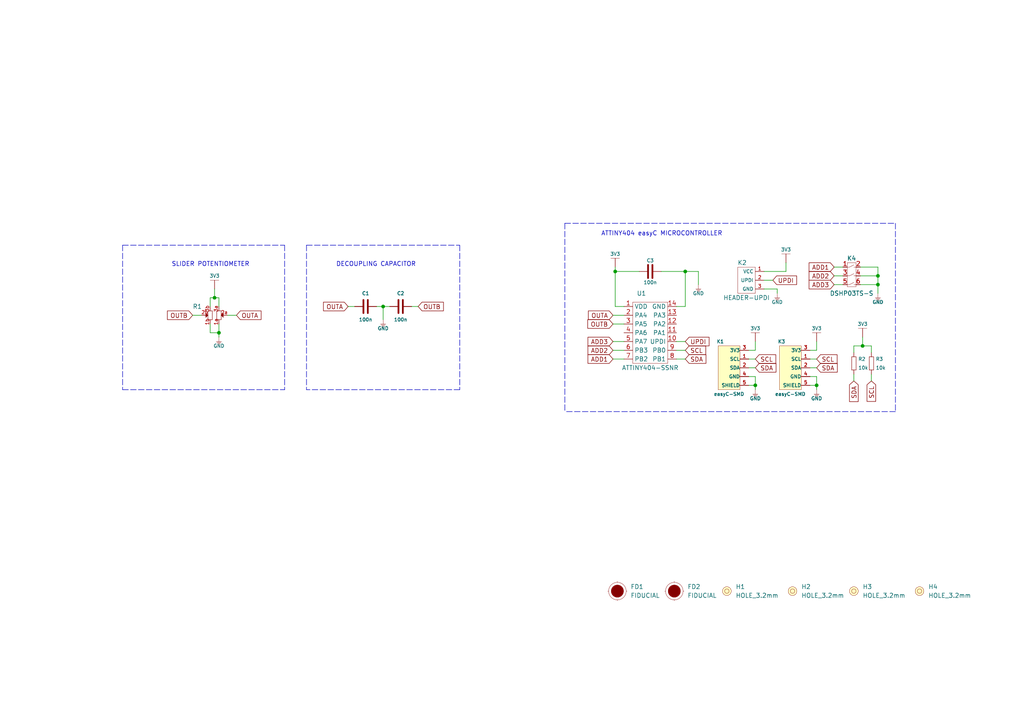
<source format=kicad_sch>
(kicad_sch (version 20211123) (generator eeschema)

  (uuid 9b6f3004-aa8b-4404-975a-3376b8df814a)

  (paper "A4")

  (title_block
    (title "Slider potentiometer breakout with easyC")
    (date "2021-09-30")
    (rev "V1.1.1.")
    (company "SOLDERED")
    (comment 1 "333131")
  )

  (lib_symbols
    (symbol "e-radionica.com schematics:0603C" (pin_numbers hide) (pin_names (offset 0.002)) (in_bom yes) (on_board yes)
      (property "Reference" "C" (id 0) (at -0.635 3.175 0)
        (effects (font (size 1 1)))
      )
      (property "Value" "0603C" (id 1) (at 0 -3.175 0)
        (effects (font (size 1 1)))
      )
      (property "Footprint" "e-radionica.com footprinti:0603C" (id 2) (at 0 0 0)
        (effects (font (size 1 1)) hide)
      )
      (property "Datasheet" "" (id 3) (at 0 0 0)
        (effects (font (size 1 1)) hide)
      )
      (symbol "0603C_0_1"
        (polyline
          (pts
            (xy -0.635 1.905)
            (xy -0.635 -1.905)
          )
          (stroke (width 0.5) (type default) (color 0 0 0 0))
          (fill (type none))
        )
        (polyline
          (pts
            (xy 0.635 1.905)
            (xy 0.635 -1.905)
          )
          (stroke (width 0.5) (type default) (color 0 0 0 0))
          (fill (type none))
        )
      )
      (symbol "0603C_1_1"
        (pin passive line (at -3.175 0 0) (length 2.54)
          (name "~" (effects (font (size 1.27 1.27))))
          (number "1" (effects (font (size 1.27 1.27))))
        )
        (pin passive line (at 3.175 0 180) (length 2.54)
          (name "~" (effects (font (size 1.27 1.27))))
          (number "2" (effects (font (size 1.27 1.27))))
        )
      )
    )
    (symbol "e-radionica.com schematics:0603R" (pin_numbers hide) (pin_names (offset 0.254)) (in_bom yes) (on_board yes)
      (property "Reference" "R" (id 0) (at -1.905 1.905 0)
        (effects (font (size 1 1)))
      )
      (property "Value" "0603R" (id 1) (at 0 -1.905 0)
        (effects (font (size 1 1)))
      )
      (property "Footprint" "e-radionica.com footprinti:0603R" (id 2) (at -0.635 1.905 0)
        (effects (font (size 1 1)) hide)
      )
      (property "Datasheet" "" (id 3) (at -0.635 1.905 0)
        (effects (font (size 1 1)) hide)
      )
      (symbol "0603R_0_1"
        (rectangle (start -1.905 -0.635) (end 1.905 -0.6604)
          (stroke (width 0.1) (type default) (color 0 0 0 0))
          (fill (type none))
        )
        (rectangle (start -1.905 0.635) (end -1.8796 -0.635)
          (stroke (width 0.1) (type default) (color 0 0 0 0))
          (fill (type none))
        )
        (rectangle (start -1.905 0.635) (end 1.905 0.6096)
          (stroke (width 0.1) (type default) (color 0 0 0 0))
          (fill (type none))
        )
        (rectangle (start 1.905 0.635) (end 1.9304 -0.635)
          (stroke (width 0.1) (type default) (color 0 0 0 0))
          (fill (type none))
        )
      )
      (symbol "0603R_1_1"
        (pin passive line (at -3.175 0 0) (length 1.27)
          (name "~" (effects (font (size 1.27 1.27))))
          (number "1" (effects (font (size 1.27 1.27))))
        )
        (pin passive line (at 3.175 0 180) (length 1.27)
          (name "~" (effects (font (size 1.27 1.27))))
          (number "2" (effects (font (size 1.27 1.27))))
        )
      )
    )
    (symbol "e-radionica.com schematics:3V3" (power) (pin_names (offset 0)) (in_bom yes) (on_board yes)
      (property "Reference" "#PWR" (id 0) (at 4.445 0 0)
        (effects (font (size 1 1)) hide)
      )
      (property "Value" "3V3" (id 1) (at 0 3.556 0)
        (effects (font (size 1 1)))
      )
      (property "Footprint" "" (id 2) (at 4.445 3.81 0)
        (effects (font (size 1 1)) hide)
      )
      (property "Datasheet" "" (id 3) (at 4.445 3.81 0)
        (effects (font (size 1 1)) hide)
      )
      (property "ki_keywords" "power-flag" (id 4) (at 0 0 0)
        (effects (font (size 1.27 1.27)) hide)
      )
      (property "ki_description" "Power symbol creates a global label with name \"+3V3\"" (id 5) (at 0 0 0)
        (effects (font (size 1.27 1.27)) hide)
      )
      (symbol "3V3_0_1"
        (polyline
          (pts
            (xy -1.27 2.54)
            (xy 1.27 2.54)
          )
          (stroke (width 0.0006) (type default) (color 0 0 0 0))
          (fill (type none))
        )
        (polyline
          (pts
            (xy 0 0)
            (xy 0 2.54)
          )
          (stroke (width 0) (type default) (color 0 0 0 0))
          (fill (type none))
        )
      )
      (symbol "3V3_1_1"
        (pin power_in line (at 0 0 90) (length 0) hide
          (name "3V3" (effects (font (size 1.27 1.27))))
          (number "1" (effects (font (size 1.27 1.27))))
        )
      )
    )
    (symbol "e-radionica.com schematics:ATTINY404-SSNR" (in_bom yes) (on_board yes)
      (property "Reference" "U" (id 0) (at -5.08 10.16 0)
        (effects (font (size 1.27 1.27)))
      )
      (property "Value" "ATTINY404-SSNR" (id 1) (at 0 -10.16 0)
        (effects (font (size 1.27 1.27)))
      )
      (property "Footprint" "e-radionica.com footprinti:SOIC-14" (id 2) (at 0 -11.43 0)
        (effects (font (size 1.27 1.27)) hide)
      )
      (property "Datasheet" "" (id 3) (at 0 -2.54 0)
        (effects (font (size 1.27 1.27)) hide)
      )
      (symbol "ATTINY404-SSNR_0_1"
        (rectangle (start -5.08 8.89) (end 5.08 -8.89)
          (stroke (width 0.0006) (type default) (color 0 0 0 0))
          (fill (type none))
        )
      )
      (symbol "ATTINY404-SSNR_1_1"
        (pin power_in line (at -7.62 7.62 0) (length 2.54)
          (name "VDD" (effects (font (size 1.27 1.27))))
          (number "1" (effects (font (size 1.27 1.27))))
        )
        (pin bidirectional line (at 7.62 -2.54 180) (length 2.54)
          (name "UPDI" (effects (font (size 1.27 1.27))))
          (number "10" (effects (font (size 1.27 1.27))))
        )
        (pin bidirectional line (at 7.62 0 180) (length 2.54)
          (name "PA1" (effects (font (size 1.27 1.27))))
          (number "11" (effects (font (size 1.27 1.27))))
        )
        (pin bidirectional line (at 7.62 2.54 180) (length 2.54)
          (name "PA2" (effects (font (size 1.27 1.27))))
          (number "12" (effects (font (size 1.27 1.27))))
        )
        (pin bidirectional line (at 7.62 5.08 180) (length 2.54)
          (name "PA3" (effects (font (size 1.27 1.27))))
          (number "13" (effects (font (size 1.27 1.27))))
        )
        (pin power_in line (at 7.62 7.62 180) (length 2.54)
          (name "GND" (effects (font (size 1.27 1.27))))
          (number "14" (effects (font (size 1.27 1.27))))
        )
        (pin bidirectional line (at -7.62 5.08 0) (length 2.54)
          (name "PA4" (effects (font (size 1.27 1.27))))
          (number "2" (effects (font (size 1.27 1.27))))
        )
        (pin bidirectional line (at -7.62 2.54 0) (length 2.54)
          (name "PA5" (effects (font (size 1.27 1.27))))
          (number "3" (effects (font (size 1.27 1.27))))
        )
        (pin bidirectional line (at -7.62 0 0) (length 2.54)
          (name "PA6" (effects (font (size 1.27 1.27))))
          (number "4" (effects (font (size 1.27 1.27))))
        )
        (pin bidirectional line (at -7.62 -2.54 0) (length 2.54)
          (name "PA7" (effects (font (size 1.27 1.27))))
          (number "5" (effects (font (size 1.27 1.27))))
        )
        (pin bidirectional line (at -7.62 -5.08 0) (length 2.54)
          (name "PB3" (effects (font (size 1.27 1.27))))
          (number "6" (effects (font (size 1.27 1.27))))
        )
        (pin bidirectional line (at -7.62 -7.62 0) (length 2.54)
          (name "PB2" (effects (font (size 1.27 1.27))))
          (number "7" (effects (font (size 1.27 1.27))))
        )
        (pin bidirectional line (at 7.62 -7.62 180) (length 2.54)
          (name "PB1" (effects (font (size 1.27 1.27))))
          (number "8" (effects (font (size 1.27 1.27))))
        )
        (pin bidirectional line (at 7.62 -5.08 180) (length 2.54)
          (name "PB0" (effects (font (size 1.27 1.27))))
          (number "9" (effects (font (size 1.27 1.27))))
        )
      )
    )
    (symbol "e-radionica.com schematics:DSHP03TS-S" (in_bom yes) (on_board yes)
      (property "Reference" "K" (id 0) (at 0 5.08 0)
        (effects (font (size 1.27 1.27)))
      )
      (property "Value" "DSHP03TS-S" (id 1) (at 0 -5.08 0)
        (effects (font (size 1.27 1.27)))
      )
      (property "Footprint" "e-radionica.com footprinti:DSHP03TS-S" (id 2) (at -1.27 -7.62 0)
        (effects (font (size 1.27 1.27)) hide)
      )
      (property "Datasheet" "" (id 3) (at 0 0 0)
        (effects (font (size 1.27 1.27)) hide)
      )
      (property "ki_keywords" "DIP SW SWITCH " (id 4) (at 0 0 0)
        (effects (font (size 1.27 1.27)) hide)
      )
      (symbol "DSHP03TS-S_0_1"
        (rectangle (start -1.27 3.81) (end 1.27 -3.175)
          (stroke (width 0.0006) (type default) (color 0 0 0 0))
          (fill (type none))
        )
        (polyline
          (pts
            (xy 1.27 -2.54)
            (xy 0.635 -2.54)
          )
          (stroke (width 0.0006) (type default) (color 0 0 0 0))
          (fill (type none))
        )
        (polyline
          (pts
            (xy 1.27 0)
            (xy 0.635 0)
          )
          (stroke (width 0.0006) (type default) (color 0 0 0 0))
          (fill (type none))
        )
        (polyline
          (pts
            (xy 1.27 2.54)
            (xy 0.635 2.54)
          )
          (stroke (width 0.0006) (type default) (color 0 0 0 0))
          (fill (type none))
        )
        (polyline
          (pts
            (xy -1.27 -2.54)
            (xy -0.635 -2.54)
            (xy 0.635 -1.905)
          )
          (stroke (width 0.0006) (type default) (color 0 0 0 0))
          (fill (type none))
        )
        (polyline
          (pts
            (xy -1.27 0)
            (xy -0.635 0)
            (xy 0.635 0.635)
          )
          (stroke (width 0.0006) (type default) (color 0 0 0 0))
          (fill (type none))
        )
        (polyline
          (pts
            (xy -1.27 2.54)
            (xy -0.635 2.54)
            (xy 0.635 3.175)
          )
          (stroke (width 0.0006) (type default) (color 0 0 0 0))
          (fill (type none))
        )
      )
      (symbol "DSHP03TS-S_1_1"
        (pin bidirectional line (at -2.54 2.54 0) (length 1.27)
          (name "~" (effects (font (size 1.27 1.27))))
          (number "1" (effects (font (size 1.27 1.27))))
        )
        (pin bidirectional line (at 2.54 2.54 180) (length 1.27)
          (name "~" (effects (font (size 1.27 1.27))))
          (number "2" (effects (font (size 1.27 1.27))))
        )
        (pin bidirectional line (at -2.54 0 0) (length 1.27)
          (name "~" (effects (font (size 1.27 1.27))))
          (number "3" (effects (font (size 1.27 1.27))))
        )
        (pin bidirectional line (at 2.54 0 180) (length 1.27)
          (name "~" (effects (font (size 1.27 1.27))))
          (number "4" (effects (font (size 1.27 1.27))))
        )
        (pin bidirectional line (at -2.54 -2.54 0) (length 1.27)
          (name "~" (effects (font (size 1.27 1.27))))
          (number "5" (effects (font (size 1.27 1.27))))
        )
        (pin bidirectional line (at 2.54 -2.54 180) (length 1.27)
          (name "~" (effects (font (size 1.27 1.27))))
          (number "6" (effects (font (size 1.27 1.27))))
        )
      )
    )
    (symbol "e-radionica.com schematics:FIDUCIAL" (in_bom no) (on_board yes)
      (property "Reference" "FD" (id 0) (at 0 3.81 0)
        (effects (font (size 1.27 1.27)))
      )
      (property "Value" "FIDUCIAL" (id 1) (at 0 -3.81 0)
        (effects (font (size 1.27 1.27)))
      )
      (property "Footprint" "e-radionica.com footprinti:FIDUCIAL_23" (id 2) (at 0.254 -5.334 0)
        (effects (font (size 1.27 1.27)) hide)
      )
      (property "Datasheet" "" (id 3) (at 0 0 0)
        (effects (font (size 1.27 1.27)) hide)
      )
      (symbol "FIDUCIAL_0_1"
        (polyline
          (pts
            (xy -2.54 0)
            (xy -2.794 0)
          )
          (stroke (width 0.0006) (type default) (color 0 0 0 0))
          (fill (type none))
        )
        (polyline
          (pts
            (xy 0 -2.54)
            (xy 0 -2.794)
          )
          (stroke (width 0.0006) (type default) (color 0 0 0 0))
          (fill (type none))
        )
        (polyline
          (pts
            (xy 0 2.54)
            (xy 0 2.794)
          )
          (stroke (width 0.0006) (type default) (color 0 0 0 0))
          (fill (type none))
        )
        (polyline
          (pts
            (xy 2.54 0)
            (xy 2.794 0)
          )
          (stroke (width 0.0006) (type default) (color 0 0 0 0))
          (fill (type none))
        )
        (circle (center 0 0) (radius 1.7961)
          (stroke (width 0.001) (type default) (color 0 0 0 0))
          (fill (type outline))
        )
        (circle (center 0 0) (radius 2.54)
          (stroke (width 0.0006) (type default) (color 0 0 0 0))
          (fill (type none))
        )
      )
    )
    (symbol "e-radionica.com schematics:GND" (power) (pin_names (offset 0)) (in_bom yes) (on_board yes)
      (property "Reference" "#PWR" (id 0) (at 4.445 0 0)
        (effects (font (size 1 1)) hide)
      )
      (property "Value" "GND" (id 1) (at 0 -2.921 0)
        (effects (font (size 1 1)))
      )
      (property "Footprint" "" (id 2) (at 4.445 3.81 0)
        (effects (font (size 1 1)) hide)
      )
      (property "Datasheet" "" (id 3) (at 4.445 3.81 0)
        (effects (font (size 1 1)) hide)
      )
      (property "ki_keywords" "power-flag" (id 4) (at 0 0 0)
        (effects (font (size 1.27 1.27)) hide)
      )
      (property "ki_description" "Power symbol creates a global label with name \"+3V3\"" (id 5) (at 0 0 0)
        (effects (font (size 1.27 1.27)) hide)
      )
      (symbol "GND_0_1"
        (polyline
          (pts
            (xy -0.762 -1.27)
            (xy 0.762 -1.27)
          )
          (stroke (width 0.0006) (type default) (color 0 0 0 0))
          (fill (type none))
        )
        (polyline
          (pts
            (xy -0.635 -1.524)
            (xy 0.635 -1.524)
          )
          (stroke (width 0.0006) (type default) (color 0 0 0 0))
          (fill (type none))
        )
        (polyline
          (pts
            (xy -0.381 -1.778)
            (xy 0.381 -1.778)
          )
          (stroke (width 0.0006) (type default) (color 0 0 0 0))
          (fill (type none))
        )
        (polyline
          (pts
            (xy -0.127 -2.032)
            (xy 0.127 -2.032)
          )
          (stroke (width 0.0006) (type default) (color 0 0 0 0))
          (fill (type none))
        )
        (polyline
          (pts
            (xy 0 0)
            (xy 0 -1.27)
          )
          (stroke (width 0.0006) (type default) (color 0 0 0 0))
          (fill (type none))
        )
      )
      (symbol "GND_1_1"
        (pin power_in line (at 0 0 270) (length 0) hide
          (name "GND" (effects (font (size 1.27 1.27))))
          (number "1" (effects (font (size 1.27 1.27))))
        )
      )
    )
    (symbol "e-radionica.com schematics:HEADER-UPDI" (in_bom yes) (on_board yes)
      (property "Reference" "K" (id 0) (at -1.27 5.08 0)
        (effects (font (size 1.27 1.27)))
      )
      (property "Value" "HEADER-UPDI" (id 1) (at 0 -5.08 0)
        (effects (font (size 1.27 1.27)))
      )
      (property "Footprint" "e-radionica.com footprinti:HEADER-UPDI" (id 2) (at 2.54 -7.62 0)
        (effects (font (size 1.27 1.27)) hide)
      )
      (property "Datasheet" "" (id 3) (at 2.54 0 0)
        (effects (font (size 1.27 1.27)) hide)
      )
      (symbol "HEADER-UPDI_0_1"
        (rectangle (start -2.54 3.81) (end 2.54 -3.81)
          (stroke (width 0.0006) (type default) (color 0 0 0 0))
          (fill (type none))
        )
      )
      (symbol "HEADER-UPDI_1_1"
        (pin power_in line (at 5.08 2.54 180) (length 2.54)
          (name "VCC" (effects (font (size 1 1))))
          (number "1" (effects (font (size 1 1))))
        )
        (pin bidirectional line (at 5.08 0 180) (length 2.54)
          (name "UPDI" (effects (font (size 1 1))))
          (number "2" (effects (font (size 1 1))))
        )
        (pin power_in line (at 5.08 -2.54 180) (length 2.54)
          (name "GND" (effects (font (size 1 1))))
          (number "3" (effects (font (size 1 1))))
        )
      )
    )
    (symbol "e-radionica.com schematics:HOLE_3.2mm" (pin_numbers hide) (pin_names hide) (in_bom yes) (on_board yes)
      (property "Reference" "H" (id 0) (at 0 2.54 0)
        (effects (font (size 1.27 1.27)))
      )
      (property "Value" "HOLE_3.2mm" (id 1) (at 0 -2.54 0)
        (effects (font (size 1.27 1.27)))
      )
      (property "Footprint" "e-radionica.com footprinti:HOLE_3.2mm" (id 2) (at 0 0 0)
        (effects (font (size 1.27 1.27)) hide)
      )
      (property "Datasheet" "" (id 3) (at 0 0 0)
        (effects (font (size 1.27 1.27)) hide)
      )
      (symbol "HOLE_3.2mm_0_1"
        (circle (center 0 0) (radius 0.635)
          (stroke (width 0.0006) (type default) (color 0 0 0 0))
          (fill (type none))
        )
        (circle (center 0 0) (radius 1.27)
          (stroke (width 0.001) (type default) (color 0 0 0 0))
          (fill (type background))
        )
      )
    )
    (symbol "e-radionica.com schematics:SLIDER_POT" (in_bom yes) (on_board yes)
      (property "Reference" "R" (id 0) (at 0 15.24 0)
        (effects (font (size 1.27 1.27)))
      )
      (property "Value" "SLIDER_POT" (id 1) (at -6.35 -5.08 0)
        (effects (font (size 1.27 1.27)))
      )
      (property "Footprint" "e-radionica.com footprinti:SLIDER_POT" (id 2) (at 0 -1.27 0)
        (effects (font (size 1.27 1.27)) hide)
      )
      (property "Datasheet" "" (id 3) (at 0 -1.27 0)
        (effects (font (size 1.27 1.27)) hide)
      )
      (symbol "SLIDER_POT_0_1"
        (rectangle (start -1.27 -1.905) (end 1.27 -1.9304)
          (stroke (width 0.1) (type default) (color 0 0 0 0))
          (fill (type none))
        )
        (rectangle (start -1.27 -0.635) (end -1.2446 -1.905)
          (stroke (width 0.1) (type default) (color 0 0 0 0))
          (fill (type none))
        )
        (rectangle (start -1.27 -0.635) (end 1.27 -0.6604)
          (stroke (width 0.1) (type default) (color 0 0 0 0))
          (fill (type none))
        )
        (rectangle (start -1.27 0.635) (end -1.2954 1.905)
          (stroke (width 0.1) (type default) (color 0 0 0 0))
          (fill (type none))
        )
        (polyline
          (pts
            (xy 0 -1.905)
            (xy -0.635 -2.54)
            (xy 0.635 -2.54)
            (xy 0 -1.905)
          )
          (stroke (width 0.1) (type default) (color 0 0 0 0))
          (fill (type outline))
        )
        (polyline
          (pts
            (xy 0 1.905)
            (xy 0.635 2.54)
            (xy -0.635 2.54)
            (xy 0 1.905)
          )
          (stroke (width 0.1) (type default) (color 0 0 0 0))
          (fill (type outline))
        )
        (rectangle (start 1.27 -0.635) (end 1.2954 -1.905)
          (stroke (width 0.1) (type default) (color 0 0 0 0))
          (fill (type none))
        )
        (rectangle (start 1.27 0.635) (end -1.27 0.6604)
          (stroke (width 0.1) (type default) (color 0 0 0 0))
          (fill (type none))
        )
        (rectangle (start 1.27 0.635) (end 1.2446 1.905)
          (stroke (width 0.1) (type default) (color 0 0 0 0))
          (fill (type none))
        )
        (rectangle (start 1.27 1.905) (end -1.27 1.9304)
          (stroke (width 0.1) (type default) (color 0 0 0 0))
          (fill (type none))
        )
      )
      (symbol "SLIDER_POT_1_1"
        (pin passive line (at -2.54 -1.27 0) (length 1.27)
          (name "~" (effects (font (size 1.27 1.27))))
          (number "1a" (effects (font (size 1 1))))
        )
        (pin passive line (at -2.54 1.27 0) (length 1.27)
          (name "~" (effects (font (size 1.27 1.27))))
          (number "1b" (effects (font (size 1 1))))
        )
        (pin passive line (at 0 -3.81 90) (length 1.91)
          (name "~" (effects (font (size 1.27 1.27))))
          (number "2a" (effects (font (size 1 1))))
        )
        (pin passive line (at 0 3.81 270) (length 1.91)
          (name "~" (effects (font (size 1.27 1.27))))
          (number "2b" (effects (font (size 1 1))))
        )
        (pin passive line (at 2.54 -1.27 180) (length 1.27)
          (name "~" (effects (font (size 1.27 1.27))))
          (number "3a" (effects (font (size 1 1))))
        )
        (pin passive line (at 2.54 1.27 180) (length 1.27)
          (name "~" (effects (font (size 1.27 1.27))))
          (number "3b" (effects (font (size 1 1))))
        )
      )
    )
    (symbol "e-radionica.com schematics:easyC-SMD" (pin_names (offset 0.002)) (in_bom yes) (on_board yes)
      (property "Reference" "K" (id 0) (at -2.54 10.16 0)
        (effects (font (size 1 1)))
      )
      (property "Value" "easyC-SMD" (id 1) (at 0 -5.08 0)
        (effects (font (size 1 1)))
      )
      (property "Footprint" "e-radionica.com footprinti:easyC-connector" (id 2) (at 3.175 2.54 0)
        (effects (font (size 1 1)) hide)
      )
      (property "Datasheet" "" (id 3) (at 3.175 2.54 0)
        (effects (font (size 1 1)) hide)
      )
      (symbol "easyC-SMD_0_1"
        (rectangle (start -3.175 8.89) (end 3.175 -3.81)
          (stroke (width 0.001) (type default) (color 0 0 0 0))
          (fill (type background))
        )
      )
      (symbol "easyC-SMD_1_1"
        (pin passive line (at 5.715 5.08 180) (length 2.54)
          (name "SCL" (effects (font (size 1 1))))
          (number "1" (effects (font (size 1 1))))
        )
        (pin passive line (at 5.715 2.54 180) (length 2.54)
          (name "SDA" (effects (font (size 1 1))))
          (number "2" (effects (font (size 1 1))))
        )
        (pin passive line (at 5.715 7.62 180) (length 2.54)
          (name "3V3" (effects (font (size 1 1))))
          (number "3" (effects (font (size 1 1))))
        )
        (pin passive line (at 5.715 0 180) (length 2.54)
          (name "GND" (effects (font (size 1 1))))
          (number "4" (effects (font (size 1 1))))
        )
        (pin passive line (at 5.715 -2.54 180) (length 2.54)
          (name "SHIELD" (effects (font (size 1 1))))
          (number "5" (effects (font (size 1 1))))
        )
      )
    )
  )

  (junction (at 178.435 78.74) (diameter 0.9144) (color 0 0 0 0)
    (uuid 03caada9-9e22-4e2d-9035-b15433dfbb17)
  )
  (junction (at 219.075 111.76) (diameter 0.9144) (color 0 0 0 0)
    (uuid 0ff508fd-18da-4ab7-9844-3c8a28c2587e)
  )
  (junction (at 254.635 80.01) (diameter 0.9144) (color 0 0 0 0)
    (uuid 13c0ff76-ed71-4cd9-abb0-92c376825d5d)
  )
  (junction (at 198.755 78.74) (diameter 0.9144) (color 0 0 0 0)
    (uuid 1f3003e6-dce5-420f-906b-3f1e92b67249)
  )
  (junction (at 236.855 111.76) (diameter 0.9144) (color 0 0 0 0)
    (uuid 378af8b4-af3d-46e7-89ae-deff12ca9067)
  )
  (junction (at 63.5 96.52) (diameter 0.9144) (color 0 0 0 0)
    (uuid 639c0e59-e95c-4114-bccd-2e7277505454)
  )
  (junction (at 111.125 88.9) (diameter 0.9144) (color 0 0 0 0)
    (uuid 8ca3e20d-bcc7-4c5e-9deb-562dfed9fecb)
  )
  (junction (at 250.19 100.33) (diameter 0.9144) (color 0 0 0 0)
    (uuid a27eb049-c992-4f11-a026-1e6a8d9d0160)
  )
  (junction (at 62.23 86.36) (diameter 0.9144) (color 0 0 0 0)
    (uuid d3c11c8f-a73d-4211-934b-a6da255728ad)
  )
  (junction (at 254.635 82.55) (diameter 0.9144) (color 0 0 0 0)
    (uuid ffd175d1-912a-4224-be1e-a8198680f46b)
  )

  (wire (pts (xy 185.42 78.74) (xy 178.435 78.74))
    (stroke (width 0) (type solid) (color 0 0 0 0))
    (uuid 03e31537-2daf-482b-846e-8a83eb463f40)
  )
  (wire (pts (xy 198.755 78.74) (xy 198.755 88.9))
    (stroke (width 0) (type solid) (color 0 0 0 0))
    (uuid 0632c32e-7c35-4951-8dca-44ac3956221d)
  )
  (wire (pts (xy 254.635 77.47) (xy 254.635 80.01))
    (stroke (width 0) (type solid) (color 0 0 0 0))
    (uuid 06d77cde-34cd-4540-9e58-dbba4fc330dc)
  )
  (wire (pts (xy 219.075 111.76) (xy 219.075 113.03))
    (stroke (width 0) (type solid) (color 0 0 0 0))
    (uuid 077021a5-2fd2-4d1b-be40-b21493638cc2)
  )
  (wire (pts (xy 63.5 96.52) (xy 63.5 97.79))
    (stroke (width 0) (type solid) (color 0 0 0 0))
    (uuid 08caaeda-91c0-4de6-bc9a-d9f9afe6a14f)
  )
  (wire (pts (xy 60.96 86.36) (xy 62.23 86.36))
    (stroke (width 0) (type solid) (color 0 0 0 0))
    (uuid 0eacb9a7-8a00-429f-a112-0537c4aece2f)
  )
  (wire (pts (xy 111.125 88.9) (xy 113.03 88.9))
    (stroke (width 0) (type solid) (color 0 0 0 0))
    (uuid 10729c0f-6f67-437a-8fe3-02e79afc271e)
  )
  (wire (pts (xy 221.615 81.28) (xy 224.155 81.28))
    (stroke (width 0) (type solid) (color 0 0 0 0))
    (uuid 110d8ea2-0db9-4436-a20f-1f2330219a61)
  )
  (wire (pts (xy 249.555 80.01) (xy 254.635 80.01))
    (stroke (width 0) (type solid) (color 0 0 0 0))
    (uuid 11d0551b-6a9b-4f80-8006-24b896c33e51)
  )
  (wire (pts (xy 177.8 101.6) (xy 180.975 101.6))
    (stroke (width 0) (type solid) (color 0 0 0 0))
    (uuid 175598ee-7f8e-48c6-97f3-286cecec30f4)
  )
  (wire (pts (xy 198.755 78.74) (xy 202.565 78.74))
    (stroke (width 0) (type solid) (color 0 0 0 0))
    (uuid 188a86a8-caaa-475c-907d-c7cf56306688)
  )
  (wire (pts (xy 177.8 91.44) (xy 180.975 91.44))
    (stroke (width 0) (type solid) (color 0 0 0 0))
    (uuid 1d15ae1e-0934-4a20-a54d-caeb0d9860c4)
  )
  (wire (pts (xy 219.075 109.22) (xy 219.075 111.76))
    (stroke (width 0) (type solid) (color 0 0 0 0))
    (uuid 1f6b0996-4842-47d8-b527-77143b48fc38)
  )
  (wire (pts (xy 234.95 104.14) (xy 236.855 104.14))
    (stroke (width 0) (type solid) (color 0 0 0 0))
    (uuid 249cf362-58f1-47b5-b13a-128b1504aae3)
  )
  (wire (pts (xy 225.425 83.82) (xy 225.425 85.09))
    (stroke (width 0) (type solid) (color 0 0 0 0))
    (uuid 24e53585-ee28-41b5-ad0b-f4830b21975c)
  )
  (wire (pts (xy 236.855 101.6) (xy 236.855 99.06))
    (stroke (width 0) (type solid) (color 0 0 0 0))
    (uuid 27e03dc4-1354-4726-95db-eac3c9675409)
  )
  (wire (pts (xy 247.65 108.585) (xy 247.65 110.49))
    (stroke (width 0) (type solid) (color 0 0 0 0))
    (uuid 28796bf1-3752-4115-8c95-5d553bf19269)
  )
  (polyline (pts (xy 88.9 71.12) (xy 88.9 113.03))
    (stroke (width 0) (type dash) (color 0 0 0 0))
    (uuid 2896705b-c3b6-41da-95f0-9319e10f5f67)
  )
  (polyline (pts (xy 88.9 71.12) (xy 133.35 71.12))
    (stroke (width 0) (type dash) (color 0 0 0 0))
    (uuid 2896705b-c3b6-41da-95f0-9319e10f5f68)
  )
  (polyline (pts (xy 133.35 71.12) (xy 133.35 113.03))
    (stroke (width 0) (type dash) (color 0 0 0 0))
    (uuid 2896705b-c3b6-41da-95f0-9319e10f5f69)
  )
  (polyline (pts (xy 133.35 113.03) (xy 88.9 113.03))
    (stroke (width 0) (type dash) (color 0 0 0 0))
    (uuid 2896705b-c3b6-41da-95f0-9319e10f5f6a)
  )
  (polyline (pts (xy 35.56 71.12) (xy 35.56 113.03))
    (stroke (width 0) (type dash) (color 0 0 0 0))
    (uuid 29ea8ab3-2bfe-4a70-820e-f10db5537704)
  )

  (wire (pts (xy 254.635 82.55) (xy 254.635 85.09))
    (stroke (width 0) (type solid) (color 0 0 0 0))
    (uuid 2f2913b7-f758-4804-813c-a145be945d09)
  )
  (wire (pts (xy 234.95 111.76) (xy 236.855 111.76))
    (stroke (width 0) (type solid) (color 0 0 0 0))
    (uuid 349731e3-44b0-432c-87e3-b941b021d91c)
  )
  (polyline (pts (xy 259.715 64.77) (xy 259.715 119.38))
    (stroke (width 0) (type dash) (color 0 0 0 0))
    (uuid 360f478c-0cff-48b1-acb1-1351f4a34aa2)
  )

  (wire (pts (xy 221.615 78.74) (xy 227.965 78.74))
    (stroke (width 0) (type solid) (color 0 0 0 0))
    (uuid 390c0418-2b31-4399-b9ec-f79a5a03e04e)
  )
  (wire (pts (xy 178.435 78.74) (xy 178.435 77.47))
    (stroke (width 0) (type solid) (color 0 0 0 0))
    (uuid 3953bb3b-0046-4a3f-9ce0-bc85cb373fcc)
  )
  (wire (pts (xy 177.8 93.98) (xy 180.975 93.98))
    (stroke (width 0) (type solid) (color 0 0 0 0))
    (uuid 3b4e9fc1-9efe-4ecc-bd66-8857c57401a1)
  )
  (wire (pts (xy 178.435 88.9) (xy 178.435 78.74))
    (stroke (width 0) (type solid) (color 0 0 0 0))
    (uuid 47e8014a-d801-4014-b587-8064e377c5c0)
  )
  (wire (pts (xy 250.19 100.33) (xy 250.19 97.79))
    (stroke (width 0) (type solid) (color 0 0 0 0))
    (uuid 4882fadc-81b3-4205-862c-f5301bc2abc0)
  )
  (polyline (pts (xy 82.55 71.12) (xy 82.55 113.03))
    (stroke (width 0) (type dash) (color 0 0 0 0))
    (uuid 5b5c6cbc-028f-4f1d-ac4d-e77de60b03b3)
  )

  (wire (pts (xy 252.73 100.33) (xy 250.19 100.33))
    (stroke (width 0) (type solid) (color 0 0 0 0))
    (uuid 5dc6e6eb-c213-4c30-a725-411c7e0d0998)
  )
  (wire (pts (xy 60.96 93.98) (xy 60.96 96.52))
    (stroke (width 0) (type solid) (color 0 0 0 0))
    (uuid 60c3f710-b74b-456f-af35-3d427d10fbf8)
  )
  (polyline (pts (xy 163.83 64.77) (xy 163.83 119.38))
    (stroke (width 0) (type dash) (color 0 0 0 0))
    (uuid 6547053f-1576-42b9-83c9-aaa0f5eb4159)
  )

  (wire (pts (xy 241.935 77.47) (xy 244.475 77.47))
    (stroke (width 0) (type solid) (color 0 0 0 0))
    (uuid 6bd0b5dc-59e9-4b3b-958d-6d461afb3e2a)
  )
  (wire (pts (xy 62.23 83.82) (xy 62.23 86.36))
    (stroke (width 0) (type solid) (color 0 0 0 0))
    (uuid 6ceebf70-77dc-40a0-b236-872761cc96cc)
  )
  (wire (pts (xy 63.5 86.36) (xy 62.23 86.36))
    (stroke (width 0) (type solid) (color 0 0 0 0))
    (uuid 6ceebf70-77dc-40a0-b236-872761cc96cd)
  )
  (polyline (pts (xy 163.83 64.77) (xy 259.715 64.77))
    (stroke (width 0) (type dash) (color 0 0 0 0))
    (uuid 6f7f00b6-f22d-4ab7-bb2b-1531bc4b8863)
  )
  (polyline (pts (xy 35.56 113.03) (xy 82.55 113.03))
    (stroke (width 0) (type dash) (color 0 0 0 0))
    (uuid 71bcbad6-506d-4939-ba0c-9e27e2d2af77)
  )

  (wire (pts (xy 60.96 96.52) (xy 63.5 96.52))
    (stroke (width 0) (type solid) (color 0 0 0 0))
    (uuid 7372c828-9000-4ac7-83be-3757aeff937c)
  )
  (wire (pts (xy 249.555 82.55) (xy 254.635 82.55))
    (stroke (width 0) (type solid) (color 0 0 0 0))
    (uuid 7a79b6b8-7625-4bfc-9840-4cdbca089373)
  )
  (wire (pts (xy 66.04 91.44) (xy 68.58 91.44))
    (stroke (width 0) (type solid) (color 0 0 0 0))
    (uuid 7d53d22f-649e-483e-b650-05eb130721b5)
  )
  (wire (pts (xy 100.965 88.9) (xy 102.87 88.9))
    (stroke (width 0) (type solid) (color 0 0 0 0))
    (uuid 7f5ac436-540b-43d8-919b-635710c50162)
  )
  (wire (pts (xy 234.95 109.22) (xy 236.855 109.22))
    (stroke (width 0) (type solid) (color 0 0 0 0))
    (uuid 816115b7-9788-4f3e-bdc2-04f85c4c7573)
  )
  (wire (pts (xy 236.855 109.22) (xy 236.855 111.76))
    (stroke (width 0) (type solid) (color 0 0 0 0))
    (uuid 839603a3-f623-4720-88f8-cf3cd26848b6)
  )
  (polyline (pts (xy 35.56 71.12) (xy 82.55 71.12))
    (stroke (width 0) (type dash) (color 0 0 0 0))
    (uuid 86cbc257-c82c-417d-ac59-19fe3fb172f3)
  )

  (wire (pts (xy 177.8 104.14) (xy 180.975 104.14))
    (stroke (width 0) (type solid) (color 0 0 0 0))
    (uuid 87481679-900d-49b0-b01d-71d97648b69e)
  )
  (wire (pts (xy 196.215 101.6) (xy 198.755 101.6))
    (stroke (width 0) (type solid) (color 0 0 0 0))
    (uuid 8796bd68-9c53-45a4-9ab9-cba55042736b)
  )
  (wire (pts (xy 227.965 78.74) (xy 227.965 76.2))
    (stroke (width 0) (type solid) (color 0 0 0 0))
    (uuid 8a019cb6-e7d2-4a9e-8260-de8c2bf17b61)
  )
  (wire (pts (xy 109.22 88.9) (xy 111.125 88.9))
    (stroke (width 0) (type solid) (color 0 0 0 0))
    (uuid 8d0d5708-f691-4f2c-a60b-934ca422c0e4)
  )
  (wire (pts (xy 254.635 80.01) (xy 254.635 82.55))
    (stroke (width 0) (type solid) (color 0 0 0 0))
    (uuid 8f2f14af-0ff8-42d5-9cc0-47858b65fc43)
  )
  (wire (pts (xy 191.77 78.74) (xy 198.755 78.74))
    (stroke (width 0) (type solid) (color 0 0 0 0))
    (uuid 951b634f-114b-416e-bd49-aa65c6fa4600)
  )
  (wire (pts (xy 196.215 99.06) (xy 198.755 99.06))
    (stroke (width 0) (type solid) (color 0 0 0 0))
    (uuid 978fcb70-f656-41a8-8060-5ef9433aef70)
  )
  (wire (pts (xy 63.5 93.98) (xy 63.5 96.52))
    (stroke (width 0) (type solid) (color 0 0 0 0))
    (uuid 979210c0-3b9d-4962-9cfe-7fb0698ea2e2)
  )
  (wire (pts (xy 217.17 104.14) (xy 219.075 104.14))
    (stroke (width 0) (type solid) (color 0 0 0 0))
    (uuid 993c66c3-9140-4971-a85a-0f06fbcd1cd7)
  )
  (wire (pts (xy 241.935 82.55) (xy 244.475 82.55))
    (stroke (width 0) (type solid) (color 0 0 0 0))
    (uuid 9a789e64-71b5-4467-a8cb-90129a62e458)
  )
  (wire (pts (xy 217.17 111.76) (xy 219.075 111.76))
    (stroke (width 0) (type solid) (color 0 0 0 0))
    (uuid ae0826d3-5b3d-4ddf-b348-8b3b67a997df)
  )
  (wire (pts (xy 219.075 101.6) (xy 219.075 99.06))
    (stroke (width 0) (type solid) (color 0 0 0 0))
    (uuid aeb3e0a6-5720-46ec-a32d-48b966a0b9f8)
  )
  (wire (pts (xy 234.95 101.6) (xy 236.855 101.6))
    (stroke (width 0) (type solid) (color 0 0 0 0))
    (uuid aebbb3a6-24dc-44d0-ac29-99445b109c13)
  )
  (wire (pts (xy 180.975 88.9) (xy 178.435 88.9))
    (stroke (width 0) (type solid) (color 0 0 0 0))
    (uuid af984bd3-a93c-4886-bcea-01b9aa25f1f9)
  )
  (wire (pts (xy 63.5 86.36) (xy 63.5 88.9))
    (stroke (width 0) (type solid) (color 0 0 0 0))
    (uuid b06bae55-a5c5-4332-863d-70d70ec5e224)
  )
  (wire (pts (xy 202.565 78.74) (xy 202.565 82.55))
    (stroke (width 0) (type solid) (color 0 0 0 0))
    (uuid b135058d-5705-4200-b895-c55afeeb83fa)
  )
  (wire (pts (xy 217.17 106.68) (xy 219.075 106.68))
    (stroke (width 0) (type solid) (color 0 0 0 0))
    (uuid b58d652a-05c3-4286-b347-b4a28190adff)
  )
  (polyline (pts (xy 259.715 119.38) (xy 163.83 119.38))
    (stroke (width 0) (type dash) (color 0 0 0 0))
    (uuid b68efeaf-a972-4eee-a8ff-a80a58f5d3df)
  )

  (wire (pts (xy 249.555 77.47) (xy 254.635 77.47))
    (stroke (width 0) (type solid) (color 0 0 0 0))
    (uuid ba5b6997-d803-44e3-b46c-cc0b3e011703)
  )
  (wire (pts (xy 252.73 102.235) (xy 252.73 100.33))
    (stroke (width 0) (type solid) (color 0 0 0 0))
    (uuid bdb7e856-64aa-4889-aba4-49d32cdda8e2)
  )
  (wire (pts (xy 234.95 106.68) (xy 236.855 106.68))
    (stroke (width 0) (type solid) (color 0 0 0 0))
    (uuid bea3c717-1bef-4311-967e-b1fcc3154b1a)
  )
  (wire (pts (xy 221.615 83.82) (xy 225.425 83.82))
    (stroke (width 0) (type solid) (color 0 0 0 0))
    (uuid c1bb5dce-28b9-45d3-a62c-0acc6a2e178d)
  )
  (wire (pts (xy 177.8 99.06) (xy 180.975 99.06))
    (stroke (width 0) (type solid) (color 0 0 0 0))
    (uuid c2801058-9d74-4f7b-a04e-bcc0f846319c)
  )
  (wire (pts (xy 247.65 102.235) (xy 247.65 100.33))
    (stroke (width 0) (type solid) (color 0 0 0 0))
    (uuid c62fb4c6-28d5-402e-8d9f-18455d0823c2)
  )
  (wire (pts (xy 60.96 86.36) (xy 60.96 88.9))
    (stroke (width 0) (type solid) (color 0 0 0 0))
    (uuid c7ffd7b6-a0d6-4a9a-afdb-7fdd04142a46)
  )
  (wire (pts (xy 252.73 108.585) (xy 252.73 110.49))
    (stroke (width 0) (type solid) (color 0 0 0 0))
    (uuid c8bd4890-c137-4b11-9d95-f00f56ea70ad)
  )
  (wire (pts (xy 55.88 91.44) (xy 58.42 91.44))
    (stroke (width 0) (type solid) (color 0 0 0 0))
    (uuid c9aa1c5b-478d-4009-9813-5fb5014f9bd6)
  )
  (wire (pts (xy 196.215 104.14) (xy 198.755 104.14))
    (stroke (width 0) (type solid) (color 0 0 0 0))
    (uuid ca32f324-9879-436b-a669-cd267b251814)
  )
  (wire (pts (xy 198.755 88.9) (xy 196.215 88.9))
    (stroke (width 0) (type solid) (color 0 0 0 0))
    (uuid cc085166-c225-455f-811e-b595764cb960)
  )
  (wire (pts (xy 217.17 109.22) (xy 219.075 109.22))
    (stroke (width 0) (type solid) (color 0 0 0 0))
    (uuid d09c7f55-9cd1-43a9-9433-71802a4fda90)
  )
  (wire (pts (xy 119.38 88.9) (xy 121.285 88.9))
    (stroke (width 0) (type solid) (color 0 0 0 0))
    (uuid d3f59e5d-141a-4c90-9d77-fe4564020020)
  )
  (wire (pts (xy 236.855 111.76) (xy 236.855 113.03))
    (stroke (width 0) (type solid) (color 0 0 0 0))
    (uuid d6f28c0d-2060-4d09-842a-4ddb83daff78)
  )
  (wire (pts (xy 111.125 88.9) (xy 111.125 92.71))
    (stroke (width 0) (type solid) (color 0 0 0 0))
    (uuid dbb4fade-dad0-4f70-85a9-df390b7db9eb)
  )
  (wire (pts (xy 217.17 101.6) (xy 219.075 101.6))
    (stroke (width 0) (type solid) (color 0 0 0 0))
    (uuid e2f38002-99bf-4f6f-9bbc-6a6316efc8e2)
  )
  (wire (pts (xy 241.935 80.01) (xy 244.475 80.01))
    (stroke (width 0) (type solid) (color 0 0 0 0))
    (uuid e82fe5bc-95fd-4ac0-9665-b55589a260cb)
  )
  (wire (pts (xy 247.65 100.33) (xy 250.19 100.33))
    (stroke (width 0) (type solid) (color 0 0 0 0))
    (uuid fac34a78-dc81-4478-bb76-a778317c3b16)
  )

  (text "SLIDER POTENTIOMETER" (at 72.39 77.47 180)
    (effects (font (size 1.27 1.27)) (justify right bottom))
    (uuid 01c438df-0444-435b-a7d8-68172ddc0e78)
  )
  (text "ATTINY404 easyC MICROCONTROLLER" (at 209.55 68.58 180)
    (effects (font (size 1.27 1.27)) (justify right bottom))
    (uuid 18fbd142-0ac7-4171-9f34-89a76a9532e0)
  )
  (text "DECOUPLING CAPACITOR" (at 120.65 77.47 180)
    (effects (font (size 1.27 1.27)) (justify right bottom))
    (uuid c557855a-a4e8-41a8-a374-c68d533b722d)
  )

  (global_label "UPDI" (shape input) (at 224.155 81.28 0)
    (effects (font (size 1.27 1.27)) (justify left))
    (uuid 036ecbf1-900a-4b00-afb6-f7214fbb8158)
    (property "Intersheet References" "${INTERSHEET_REFS}" (id 0) (at 232.5673 81.2006 0)
      (effects (font (size 1.27 1.27)) (justify left) hide)
    )
  )
  (global_label "SCL" (shape input) (at 236.855 104.14 0)
    (effects (font (size 1.27 1.27)) (justify left))
    (uuid 16b6a018-943e-44f4-8ccd-a89b00612b63)
    (property "Intersheet References" "${INTERSHEET_REFS}" (id 0) (at 244.2997 104.0606 0)
      (effects (font (size 1.27 1.27)) (justify left) hide)
    )
  )
  (global_label "SCL" (shape input) (at 219.075 104.14 0)
    (effects (font (size 1.27 1.27)) (justify left))
    (uuid 26838d9f-60bb-42f3-9c27-5a9429c49e81)
    (property "Intersheet References" "${INTERSHEET_REFS}" (id 0) (at 226.5197 104.0606 0)
      (effects (font (size 1.27 1.27)) (justify left) hide)
    )
  )
  (global_label "SDA" (shape input) (at 247.65 110.49 270)
    (effects (font (size 1.27 1.27)) (justify right))
    (uuid 29282565-c800-472d-b38d-0658b1dbf903)
    (property "Intersheet References" "${INTERSHEET_REFS}" (id 0) (at 247.5706 117.9952 90)
      (effects (font (size 1.27 1.27)) (justify right) hide)
    )
  )
  (global_label "SCL" (shape input) (at 252.73 110.49 270)
    (effects (font (size 1.27 1.27)) (justify right))
    (uuid 2cdd58f7-b7aa-4be3-9d60-18ca7cb53729)
    (property "Intersheet References" "${INTERSHEET_REFS}" (id 0) (at 252.8094 117.9347 90)
      (effects (font (size 1.27 1.27)) (justify right) hide)
    )
  )
  (global_label "ADD2" (shape input) (at 241.935 80.01 180)
    (effects (font (size 1.27 1.27)) (justify right))
    (uuid 3ab69d41-adcd-48bc-af96-7187bc747068)
    (property "Intersheet References" "${INTERSHEET_REFS}" (id 0) (at 233.1598 79.9306 0)
      (effects (font (size 1.27 1.27)) (justify right) hide)
    )
  )
  (global_label "UPDI" (shape input) (at 198.755 99.06 0)
    (effects (font (size 1.27 1.27)) (justify left))
    (uuid 3e2a284a-b869-4ec9-a69a-dfd7104f376c)
    (property "Intersheet References" "${INTERSHEET_REFS}" (id 0) (at 207.1673 98.9806 0)
      (effects (font (size 1.27 1.27)) (justify left) hide)
    )
  )
  (global_label "SDA" (shape input) (at 219.075 106.68 0)
    (effects (font (size 1.27 1.27)) (justify left))
    (uuid 4dffffd6-1839-4a7a-9138-94f1acc0e620)
    (property "Intersheet References" "${INTERSHEET_REFS}" (id 0) (at 226.5802 106.6006 0)
      (effects (font (size 1.27 1.27)) (justify left) hide)
    )
  )
  (global_label "SDA" (shape input) (at 236.855 106.68 0)
    (effects (font (size 1.27 1.27)) (justify left))
    (uuid 50c2c904-d04b-411e-b264-be972216be48)
    (property "Intersheet References" "${INTERSHEET_REFS}" (id 0) (at 244.3602 106.6006 0)
      (effects (font (size 1.27 1.27)) (justify left) hide)
    )
  )
  (global_label "SCL" (shape input) (at 198.755 101.6 0)
    (effects (font (size 1.27 1.27)) (justify left))
    (uuid 575f898b-0ebb-4914-97b8-942e279e899e)
    (property "Intersheet References" "${INTERSHEET_REFS}" (id 0) (at 206.1997 101.5206 0)
      (effects (font (size 1.27 1.27)) (justify left) hide)
    )
  )
  (global_label "OUTB" (shape input) (at 121.285 88.9 0)
    (effects (font (size 1.27 1.27)) (justify left))
    (uuid 6a25284f-1db0-42a8-91dd-9b7debdc2d0d)
    (property "Intersheet References" "${INTERSHEET_REFS}" (id 0) (at 130.1207 88.9794 0)
      (effects (font (size 1.27 1.27)) (justify left) hide)
    )
  )
  (global_label "OUTA" (shape input) (at 68.58 91.44 0)
    (effects (font (size 1.27 1.27)) (justify left))
    (uuid 838fbcd7-41f1-42ee-8b39-7afde3c5cfd8)
    (property "Intersheet References" "${INTERSHEET_REFS}" (id 0) (at 77.2342 91.3606 0)
      (effects (font (size 1.27 1.27)) (justify left) hide)
    )
  )
  (global_label "OUTA" (shape input) (at 100.965 88.9 180)
    (effects (font (size 1.27 1.27)) (justify right))
    (uuid 857e4100-f1f0-4f7b-b583-a821418b2458)
    (property "Intersheet References" "${INTERSHEET_REFS}" (id 0) (at 92.3108 88.9794 0)
      (effects (font (size 1.27 1.27)) (justify right) hide)
    )
  )
  (global_label "ADD2" (shape input) (at 177.8 101.6 180)
    (effects (font (size 1.27 1.27)) (justify right))
    (uuid 8abec5fa-8c1e-4e21-b057-46937b6db0b4)
    (property "Intersheet References" "${INTERSHEET_REFS}" (id 0) (at 169.0248 101.5206 0)
      (effects (font (size 1.27 1.27)) (justify right) hide)
    )
  )
  (global_label "ADD3" (shape input) (at 177.8 99.06 180)
    (effects (font (size 1.27 1.27)) (justify right))
    (uuid 8bc28760-5f82-4530-8e6f-3705948ce604)
    (property "Intersheet References" "${INTERSHEET_REFS}" (id 0) (at 169.0248 98.9806 0)
      (effects (font (size 1.27 1.27)) (justify right) hide)
    )
  )
  (global_label "ADD1" (shape input) (at 177.8 104.14 180)
    (effects (font (size 1.27 1.27)) (justify right))
    (uuid a34a103e-e589-40be-b3f0-b0d155c09175)
    (property "Intersheet References" "${INTERSHEET_REFS}" (id 0) (at 169.0248 104.0606 0)
      (effects (font (size 1.27 1.27)) (justify right) hide)
    )
  )
  (global_label "OUTB" (shape input) (at 177.8 93.98 180)
    (effects (font (size 1.27 1.27)) (justify right))
    (uuid aa25f697-c5ec-4364-9a02-a56de428c744)
    (property "Intersheet References" "${INTERSHEET_REFS}" (id 0) (at 168.9643 93.9006 0)
      (effects (font (size 1.27 1.27)) (justify right) hide)
    )
  )
  (global_label "OUTB" (shape input) (at 55.88 91.44 180)
    (effects (font (size 1.27 1.27)) (justify right))
    (uuid bcbb9df7-01e2-4e93-a0f0-8d98c538b0b5)
    (property "Intersheet References" "${INTERSHEET_REFS}" (id 0) (at 47.0443 91.3606 0)
      (effects (font (size 1.27 1.27)) (justify right) hide)
    )
  )
  (global_label "ADD1" (shape input) (at 241.935 77.47 180)
    (effects (font (size 1.27 1.27)) (justify right))
    (uuid cd46d4e7-47d2-43df-ac5d-5561102f0078)
    (property "Intersheet References" "${INTERSHEET_REFS}" (id 0) (at 233.1598 77.3906 0)
      (effects (font (size 1.27 1.27)) (justify right) hide)
    )
  )
  (global_label "OUTA" (shape input) (at 177.8 91.44 180)
    (effects (font (size 1.27 1.27)) (justify right))
    (uuid e447aeea-0c52-4647-aa10-5a89c86e97f5)
    (property "Intersheet References" "${INTERSHEET_REFS}" (id 0) (at 169.1458 91.3606 0)
      (effects (font (size 1.27 1.27)) (justify right) hide)
    )
  )
  (global_label "ADD3" (shape input) (at 241.935 82.55 180)
    (effects (font (size 1.27 1.27)) (justify right))
    (uuid f59ab4ca-dd25-4401-af7c-8f5e68742460)
    (property "Intersheet References" "${INTERSHEET_REFS}" (id 0) (at 233.1598 82.4706 0)
      (effects (font (size 1.27 1.27)) (justify right) hide)
    )
  )
  (global_label "SDA" (shape input) (at 198.755 104.14 0)
    (effects (font (size 1.27 1.27)) (justify left))
    (uuid f5fcfdd9-9ad8-4642-9481-f44ace10b6b4)
    (property "Intersheet References" "${INTERSHEET_REFS}" (id 0) (at 206.2602 104.2194 0)
      (effects (font (size 1.27 1.27)) (justify left) hide)
    )
  )

  (symbol (lib_id "e-radionica.com schematics:DSHP03TS-S") (at 247.015 80.01 0) (unit 1)
    (in_bom yes) (on_board yes)
    (uuid 0649d16f-3c29-4109-a76e-7eecfa6b8440)
    (property "Reference" "K4" (id 0) (at 247.015 74.93 0))
    (property "Value" "DSHP03TS-S" (id 1) (at 247.015 85.09 0))
    (property "Footprint" "e-radionica.com footprinti:DSHP03TS-S" (id 2) (at 245.745 87.63 0)
      (effects (font (size 1.27 1.27)) hide)
    )
    (property "Datasheet" "" (id 3) (at 247.015 80.01 0)
      (effects (font (size 1.27 1.27)) hide)
    )
    (pin "1" (uuid 818fd1bc-b765-48b3-8d3b-f55b80aa2cb4))
    (pin "2" (uuid 1122a1f7-7cf8-4900-a4fa-dc86793c437d))
    (pin "3" (uuid 513751db-15fc-444f-af77-2150b21bbdbd))
    (pin "4" (uuid da40e9d7-9111-445f-9287-78afbb22545a))
    (pin "5" (uuid 7750450b-1b31-4290-ad19-7bee25b597fd))
    (pin "6" (uuid 781f96f9-5487-40f4-8393-195d4e21e42b))
  )

  (symbol (lib_id "e-radionica.com schematics:0603R") (at 252.73 105.41 90) (unit 1)
    (in_bom yes) (on_board yes)
    (uuid 0bf89a87-d51b-40ba-bbc8-ddf6f0e669b2)
    (property "Reference" "R3" (id 0) (at 254 104.14 90)
      (effects (font (size 1 1)) (justify right))
    )
    (property "Value" "10k" (id 1) (at 254 106.68 90)
      (effects (font (size 1 1)) (justify right))
    )
    (property "Footprint" "e-radionica.com footprinti:0603R" (id 2) (at 250.825 106.045 0)
      (effects (font (size 1 1)) hide)
    )
    (property "Datasheet" "" (id 3) (at 250.825 106.045 0)
      (effects (font (size 1 1)) hide)
    )
    (pin "1" (uuid a8c5e7dc-86d0-4490-9304-3baefec916c4))
    (pin "2" (uuid 84ae3df0-d605-45dc-879f-2ff4029f2dd2))
  )

  (symbol (lib_id "e-radionica.com schematics:FIDUCIAL") (at 195.58 171.45 0) (unit 1)
    (in_bom no) (on_board yes) (fields_autoplaced)
    (uuid 1a001792-3413-473d-87e3-489dbb3d99ad)
    (property "Reference" "FD2" (id 0) (at 199.39 170.1799 0)
      (effects (font (size 1.27 1.27)) (justify left))
    )
    (property "Value" "FIDUCIAL" (id 1) (at 199.39 172.7199 0)
      (effects (font (size 1.27 1.27)) (justify left))
    )
    (property "Footprint" "e-radionica.com footprinti:FIDUCIAL_23" (id 2) (at 195.834 176.784 0)
      (effects (font (size 1.27 1.27)) hide)
    )
    (property "Datasheet" "" (id 3) (at 195.58 171.45 0)
      (effects (font (size 1.27 1.27)) hide)
    )
  )

  (symbol (lib_id "e-radionica.com schematics:easyC-SMD") (at 211.455 109.22 0) (unit 1)
    (in_bom yes) (on_board yes)
    (uuid 240b1d0b-6bbe-4d76-9520-c96d851bbef1)
    (property "Reference" "K1" (id 0) (at 208.915 99.06 0)
      (effects (font (size 1 1)))
    )
    (property "Value" "easyC-SMD" (id 1) (at 211.455 114.3 0)
      (effects (font (size 1 1)))
    )
    (property "Footprint" "e-radionica.com footprinti:easyC-connector" (id 2) (at 214.63 106.68 0)
      (effects (font (size 1 1)) hide)
    )
    (property "Datasheet" "" (id 3) (at 214.63 106.68 0)
      (effects (font (size 1 1)) hide)
    )
    (pin "1" (uuid 36d2425e-ae6a-4385-bc1e-7cb4531b2517))
    (pin "2" (uuid 428449c5-6f6f-4d6c-af8e-51e456895600))
    (pin "3" (uuid b80ce857-cd1a-4f22-8d5c-ff7e98922856))
    (pin "4" (uuid a8b02474-1a7d-4bf4-96ee-8fc2542ab65b))
    (pin "5" (uuid 7235f8f6-9839-4926-877c-e835fa3853b3))
  )

  (symbol (lib_id "e-radionica.com schematics:GND") (at 254.635 85.09 0) (unit 1)
    (in_bom yes) (on_board yes)
    (uuid 2acad41e-eda8-481a-b656-9a3f15d177b2)
    (property "Reference" "#PWR0112" (id 0) (at 259.08 85.09 0)
      (effects (font (size 1 1)) hide)
    )
    (property "Value" "GND" (id 1) (at 254.635 87.63 0)
      (effects (font (size 1 1)))
    )
    (property "Footprint" "" (id 2) (at 259.08 81.28 0)
      (effects (font (size 1 1)) hide)
    )
    (property "Datasheet" "" (id 3) (at 259.08 81.28 0)
      (effects (font (size 1 1)) hide)
    )
    (pin "1" (uuid 2a6b0601-cc03-4ad2-b1c8-f6efd66fea71))
  )

  (symbol (lib_id "e-radionica.com schematics:0603C") (at 116.205 88.9 0) (unit 1)
    (in_bom yes) (on_board yes)
    (uuid 2c00f73e-728f-46be-b7cd-ba6548f854a9)
    (property "Reference" "C2" (id 0) (at 116.205 85.09 0)
      (effects (font (size 1 1)))
    )
    (property "Value" "100n" (id 1) (at 116.205 92.71 0)
      (effects (font (size 1 1)))
    )
    (property "Footprint" "e-radionica.com footprinti:0603C" (id 2) (at 116.205 88.9 0)
      (effects (font (size 1 1)) hide)
    )
    (property "Datasheet" "" (id 3) (at 116.205 88.9 0)
      (effects (font (size 1 1)) hide)
    )
    (pin "1" (uuid f15989ce-dcbf-46c8-8224-d6a1e0aedd05))
    (pin "2" (uuid 8b95e9ec-dad1-46d1-8af8-461a5d33be5a))
  )

  (symbol (lib_id "e-radionica.com schematics:3V3") (at 236.855 99.06 0) (unit 1)
    (in_bom yes) (on_board yes)
    (uuid 2cf8208e-717b-4347-82f1-1d753f2c1087)
    (property "Reference" "#PWR0110" (id 0) (at 241.3 99.06 0)
      (effects (font (size 1 1)) hide)
    )
    (property "Value" "3V3" (id 1) (at 236.855 95.25 0)
      (effects (font (size 1 1)))
    )
    (property "Footprint" "" (id 2) (at 241.3 95.25 0)
      (effects (font (size 1 1)) hide)
    )
    (property "Datasheet" "" (id 3) (at 241.3 95.25 0)
      (effects (font (size 1 1)) hide)
    )
    (pin "1" (uuid bedf355e-f64d-4d61-a1a3-673658b00eef))
  )

  (symbol (lib_id "e-radionica.com schematics:HOLE_3.2mm") (at 229.87 171.45 0) (unit 1)
    (in_bom yes) (on_board yes)
    (uuid 393709c9-5c9b-4a8c-aa0d-937430c9d0f4)
    (property "Reference" "H2" (id 0) (at 232.41 170.18 0)
      (effects (font (size 1.27 1.27)) (justify left))
    )
    (property "Value" "HOLE_3.2mm" (id 1) (at 232.41 172.72 0)
      (effects (font (size 1.27 1.27)) (justify left))
    )
    (property "Footprint" "e-radionica.com footprinti:HOLE_3.2mm" (id 2) (at 229.87 171.45 0)
      (effects (font (size 1.27 1.27)) hide)
    )
    (property "Datasheet" "" (id 3) (at 229.87 171.45 0)
      (effects (font (size 1.27 1.27)) hide)
    )
  )

  (symbol (lib_id "e-radionica.com schematics:HOLE_3.2mm") (at 247.65 171.45 0) (unit 1)
    (in_bom yes) (on_board yes)
    (uuid 3b3b0e9a-abef-4f13-87be-c2444fe204f6)
    (property "Reference" "H3" (id 0) (at 250.19 170.18 0)
      (effects (font (size 1.27 1.27)) (justify left))
    )
    (property "Value" "HOLE_3.2mm" (id 1) (at 250.19 172.72 0)
      (effects (font (size 1.27 1.27)) (justify left))
    )
    (property "Footprint" "e-radionica.com footprinti:HOLE_3.2mm" (id 2) (at 247.65 171.45 0)
      (effects (font (size 1.27 1.27)) hide)
    )
    (property "Datasheet" "" (id 3) (at 247.65 171.45 0)
      (effects (font (size 1.27 1.27)) hide)
    )
  )

  (symbol (lib_id "e-radionica.com schematics:GND") (at 202.565 82.55 0) (unit 1)
    (in_bom yes) (on_board yes)
    (uuid 40d6cbc9-7722-477d-b3bc-d4ad0b8fd071)
    (property "Reference" "#PWR0107" (id 0) (at 207.01 82.55 0)
      (effects (font (size 1 1)) hide)
    )
    (property "Value" "GND" (id 1) (at 202.565 85.09 0)
      (effects (font (size 1 1)))
    )
    (property "Footprint" "" (id 2) (at 207.01 78.74 0)
      (effects (font (size 1 1)) hide)
    )
    (property "Datasheet" "" (id 3) (at 207.01 78.74 0)
      (effects (font (size 1 1)) hide)
    )
    (pin "1" (uuid 2a6b0601-cc03-4ad2-b1c8-f6efd66fea6d))
  )

  (symbol (lib_id "e-radionica.com schematics:3V3") (at 227.965 76.2 0) (unit 1)
    (in_bom yes) (on_board yes)
    (uuid 451ede07-e116-41f6-b3f6-8da5d5db8fe2)
    (property "Reference" "#PWR0105" (id 0) (at 232.41 76.2 0)
      (effects (font (size 1 1)) hide)
    )
    (property "Value" "3V3" (id 1) (at 227.965 72.39 0)
      (effects (font (size 1 1)))
    )
    (property "Footprint" "" (id 2) (at 232.41 72.39 0)
      (effects (font (size 1 1)) hide)
    )
    (property "Datasheet" "" (id 3) (at 232.41 72.39 0)
      (effects (font (size 1 1)) hide)
    )
    (pin "1" (uuid bedf355e-f64d-4d61-a1a3-673658b00eee))
  )

  (symbol (lib_id "e-radionica.com schematics:GND") (at 63.5 97.79 0) (unit 1)
    (in_bom yes) (on_board yes)
    (uuid 47b5bf84-351d-4032-a17f-da4d7c911a1a)
    (property "Reference" "#PWR0102" (id 0) (at 67.945 97.79 0)
      (effects (font (size 1 1)) hide)
    )
    (property "Value" "GND" (id 1) (at 63.5 100.33 0)
      (effects (font (size 1 1)))
    )
    (property "Footprint" "" (id 2) (at 67.945 93.98 0)
      (effects (font (size 1 1)) hide)
    )
    (property "Datasheet" "" (id 3) (at 67.945 93.98 0)
      (effects (font (size 1 1)) hide)
    )
    (pin "1" (uuid caa702ce-18df-443e-8154-ffb2c18ae17f))
  )

  (symbol (lib_id "e-radionica.com schematics:HOLE_3.2mm") (at 266.7 171.45 0) (unit 1)
    (in_bom yes) (on_board yes)
    (uuid 4c5edf7e-c3f9-430f-89fb-1ab8d6edf263)
    (property "Reference" "H4" (id 0) (at 269.24 170.18 0)
      (effects (font (size 1.27 1.27)) (justify left))
    )
    (property "Value" "HOLE_3.2mm" (id 1) (at 269.24 172.72 0)
      (effects (font (size 1.27 1.27)) (justify left))
    )
    (property "Footprint" "e-radionica.com footprinti:HOLE_3.2mm" (id 2) (at 266.7 171.45 0)
      (effects (font (size 1.27 1.27)) hide)
    )
    (property "Datasheet" "" (id 3) (at 266.7 171.45 0)
      (effects (font (size 1.27 1.27)) hide)
    )
  )

  (symbol (lib_id "e-radionica.com schematics:3V3") (at 219.075 99.06 0) (unit 1)
    (in_bom yes) (on_board yes)
    (uuid 6bfb23f2-5897-479a-b828-eedb983badd4)
    (property "Reference" "#PWR0108" (id 0) (at 223.52 99.06 0)
      (effects (font (size 1 1)) hide)
    )
    (property "Value" "3V3" (id 1) (at 219.075 95.25 0)
      (effects (font (size 1 1)))
    )
    (property "Footprint" "" (id 2) (at 223.52 95.25 0)
      (effects (font (size 1 1)) hide)
    )
    (property "Datasheet" "" (id 3) (at 223.52 95.25 0)
      (effects (font (size 1 1)) hide)
    )
    (pin "1" (uuid bedf355e-f64d-4d61-a1a3-673658b00eed))
  )

  (symbol (lib_id "e-radionica.com schematics:HOLE_3.2mm") (at 210.82 171.45 0) (unit 1)
    (in_bom yes) (on_board yes)
    (uuid 6e8ef5a2-77f3-4b03-ac82-ed4a479bc9e1)
    (property "Reference" "H1" (id 0) (at 213.36 170.18 0)
      (effects (font (size 1.27 1.27)) (justify left))
    )
    (property "Value" "HOLE_3.2mm" (id 1) (at 213.36 172.72 0)
      (effects (font (size 1.27 1.27)) (justify left))
    )
    (property "Footprint" "e-radionica.com footprinti:HOLE_3.2mm" (id 2) (at 210.82 171.45 0)
      (effects (font (size 1.27 1.27)) hide)
    )
    (property "Datasheet" "" (id 3) (at 210.82 171.45 0)
      (effects (font (size 1.27 1.27)) hide)
    )
  )

  (symbol (lib_id "e-radionica.com schematics:0603R") (at 247.65 105.41 90) (unit 1)
    (in_bom yes) (on_board yes)
    (uuid 72bb5667-7628-4a41-b044-35ac652be3f9)
    (property "Reference" "R2" (id 0) (at 248.92 104.14 90)
      (effects (font (size 1 1)) (justify right))
    )
    (property "Value" "10k" (id 1) (at 248.92 106.68 90)
      (effects (font (size 1 1)) (justify right))
    )
    (property "Footprint" "e-radionica.com footprinti:0603R" (id 2) (at 245.745 106.045 0)
      (effects (font (size 1 1)) hide)
    )
    (property "Datasheet" "" (id 3) (at 245.745 106.045 0)
      (effects (font (size 1 1)) hide)
    )
    (pin "1" (uuid a8c5e7dc-86d0-4490-9304-3baefec916c3))
    (pin "2" (uuid 84ae3df0-d605-45dc-879f-2ff4029f2dd1))
  )

  (symbol (lib_id "e-radionica.com schematics:ATTINY404-SSNR") (at 188.595 96.52 0) (unit 1)
    (in_bom yes) (on_board yes)
    (uuid 880d4683-c17e-46fa-b16a-a117cde784e4)
    (property "Reference" "U1" (id 0) (at 186.055 85.09 0))
    (property "Value" "ATTINY404-SSNR" (id 1) (at 188.595 106.68 0))
    (property "Footprint" "e-radionica.com footprinti:SOIC-14" (id 2) (at 188.595 107.95 0)
      (effects (font (size 1.27 1.27)) hide)
    )
    (property "Datasheet" "" (id 3) (at 188.595 99.06 0)
      (effects (font (size 1.27 1.27)) hide)
    )
    (pin "1" (uuid a974dc11-8585-4e8f-9d18-e9709a5597e8))
    (pin "10" (uuid 507759b4-dca0-4d7f-b8a2-103da32a13bd))
    (pin "11" (uuid 89143384-240e-47a3-9a11-24c9b0b71a23))
    (pin "12" (uuid 03825985-5c0a-4f40-b150-083f575568d4))
    (pin "13" (uuid af17a8d6-dc08-4978-a95e-15d876dd2663))
    (pin "14" (uuid ee790bfb-7347-4422-bac8-fe0f09f299d0))
    (pin "2" (uuid 50f713e6-e1f6-46ad-b21b-6ad9ad12407a))
    (pin "3" (uuid e453e7e8-4622-41cd-84d6-0b7340f5cd5e))
    (pin "4" (uuid 750a6484-b119-4732-abf5-41bc0e0a6f5f))
    (pin "5" (uuid c5991a98-de7b-489f-84a0-cc8877550f87))
    (pin "6" (uuid 271368c4-a7a9-4e81-b65c-fb1c9382fbc6))
    (pin "7" (uuid abd662ef-1595-46ad-b138-95e6ab8baed8))
    (pin "8" (uuid 9525d921-b67a-4e66-ab90-8e0e6df15a20))
    (pin "9" (uuid 51feacb1-e774-4212-9807-e40295eaf579))
  )

  (symbol (lib_id "e-radionica.com schematics:0603C") (at 188.595 78.74 0) (unit 1)
    (in_bom yes) (on_board yes)
    (uuid 96752d9a-7246-4518-9d97-2539b28c9168)
    (property "Reference" "C3" (id 0) (at 188.595 75.565 0)
      (effects (font (size 1 1)))
    )
    (property "Value" "100n" (id 1) (at 188.595 81.915 0)
      (effects (font (size 1 1)))
    )
    (property "Footprint" "e-radionica.com footprinti:0603C" (id 2) (at 188.595 78.74 0)
      (effects (font (size 1 1)) hide)
    )
    (property "Datasheet" "" (id 3) (at 188.595 78.74 0)
      (effects (font (size 1 1)) hide)
    )
    (pin "1" (uuid 08acf4e0-9151-4daa-843e-9f7d092f029f))
    (pin "2" (uuid 627c54b3-95e3-40ac-b6a6-a91766d9ef4f))
  )

  (symbol (lib_id "e-radionica.com schematics:GND") (at 225.425 85.09 0) (unit 1)
    (in_bom yes) (on_board yes)
    (uuid 9baaaf03-7cf7-40d9-a687-9426de2ef3d5)
    (property "Reference" "#PWR0106" (id 0) (at 229.87 85.09 0)
      (effects (font (size 1 1)) hide)
    )
    (property "Value" "GND" (id 1) (at 225.425 87.63 0)
      (effects (font (size 1 1)))
    )
    (property "Footprint" "" (id 2) (at 229.87 81.28 0)
      (effects (font (size 1 1)) hide)
    )
    (property "Datasheet" "" (id 3) (at 229.87 81.28 0)
      (effects (font (size 1 1)) hide)
    )
    (pin "1" (uuid 2a6b0601-cc03-4ad2-b1c8-f6efd66fea6f))
  )

  (symbol (lib_id "e-radionica.com schematics:3V3") (at 178.435 77.47 0) (unit 1)
    (in_bom yes) (on_board yes)
    (uuid 9d639606-84d0-4b5e-82bf-8b6260ada55c)
    (property "Reference" "#PWR0109" (id 0) (at 182.88 77.47 0)
      (effects (font (size 1 1)) hide)
    )
    (property "Value" "3V3" (id 1) (at 178.435 73.66 0)
      (effects (font (size 1 1)))
    )
    (property "Footprint" "" (id 2) (at 182.88 73.66 0)
      (effects (font (size 1 1)) hide)
    )
    (property "Datasheet" "" (id 3) (at 182.88 73.66 0)
      (effects (font (size 1 1)) hide)
    )
    (pin "1" (uuid bedf355e-f64d-4d61-a1a3-673658b00eec))
  )

  (symbol (lib_id "e-radionica.com schematics:GND") (at 111.125 92.71 0) (unit 1)
    (in_bom yes) (on_board yes)
    (uuid a6e67906-851c-4867-b2c6-46868e445339)
    (property "Reference" "#PWR0101" (id 0) (at 115.57 92.71 0)
      (effects (font (size 1 1)) hide)
    )
    (property "Value" "GND" (id 1) (at 111.125 95.25 0)
      (effects (font (size 1 1)))
    )
    (property "Footprint" "" (id 2) (at 115.57 88.9 0)
      (effects (font (size 1 1)) hide)
    )
    (property "Datasheet" "" (id 3) (at 115.57 88.9 0)
      (effects (font (size 1 1)) hide)
    )
    (pin "1" (uuid caa702ce-18df-443e-8154-ffb2c18ae180))
  )

  (symbol (lib_id "e-radionica.com schematics:SLIDER_POT") (at 62.23 91.44 90) (unit 1)
    (in_bom yes) (on_board yes)
    (uuid ac5b243a-c678-4dd6-9503-617e165202ee)
    (property "Reference" "R1" (id 0) (at 55.88 88.9 90)
      (effects (font (size 1.27 1.27)) (justify right))
    )
    (property "Value" "SLIDER_POT" (id 1) (at 57.15 96.52 90)
      (effects (font (size 1.27 1.27)) (justify right) hide)
    )
    (property "Footprint" "e-radionica.com footprinti:SLIDER_POT" (id 2) (at 63.5 91.44 0)
      (effects (font (size 1.27 1.27)) hide)
    )
    (property "Datasheet" "" (id 3) (at 63.5 91.44 0)
      (effects (font (size 1.27 1.27)) hide)
    )
    (pin "1a" (uuid 252a4dd3-b5cc-4fae-9229-0b8479992b6c))
    (pin "1b" (uuid 04416edd-c787-4300-90c5-a49413524eff))
    (pin "2a" (uuid 8b91b5f3-4b52-44f8-a969-bdb1f37265bd))
    (pin "2b" (uuid 4b82b447-3346-41f7-8dd4-c14236a0b5bd))
    (pin "3a" (uuid dc9a2f87-28ae-4d35-8077-046572362fd6))
    (pin "3b" (uuid e0b886a2-2b4d-46e0-89de-817cb26246c4))
  )

  (symbol (lib_id "e-radionica.com schematics:3V3") (at 62.23 83.82 0) (unit 1)
    (in_bom yes) (on_board yes)
    (uuid b3e83016-a6b6-4d14-9da1-0ebc98f3fc87)
    (property "Reference" "#PWR0103" (id 0) (at 66.675 83.82 0)
      (effects (font (size 1 1)) hide)
    )
    (property "Value" "3V3" (id 1) (at 62.23 80.01 0)
      (effects (font (size 1 1)))
    )
    (property "Footprint" "" (id 2) (at 66.675 80.01 0)
      (effects (font (size 1 1)) hide)
    )
    (property "Datasheet" "" (id 3) (at 66.675 80.01 0)
      (effects (font (size 1 1)) hide)
    )
    (pin "1" (uuid bedf355e-f64d-4d61-a1a3-673658b00eeb))
  )

  (symbol (lib_id "e-radionica.com schematics:FIDUCIAL") (at 179.07 171.45 0) (unit 1)
    (in_bom no) (on_board yes) (fields_autoplaced)
    (uuid b4892f61-60e4-4f56-937f-b1be195dca14)
    (property "Reference" "FD1" (id 0) (at 182.88 170.1799 0)
      (effects (font (size 1.27 1.27)) (justify left))
    )
    (property "Value" "FIDUCIAL" (id 1) (at 182.88 172.7199 0)
      (effects (font (size 1.27 1.27)) (justify left))
    )
    (property "Footprint" "e-radionica.com footprinti:FIDUCIAL_23" (id 2) (at 179.324 176.784 0)
      (effects (font (size 1.27 1.27)) hide)
    )
    (property "Datasheet" "" (id 3) (at 179.07 171.45 0)
      (effects (font (size 1.27 1.27)) hide)
    )
  )

  (symbol (lib_id "e-radionica.com schematics:HEADER-UPDI") (at 216.535 81.28 0) (unit 1)
    (in_bom yes) (on_board yes)
    (uuid b56641b6-b85e-4db6-9e68-a9d0a0f33942)
    (property "Reference" "K2" (id 0) (at 215.265 76.2 0))
    (property "Value" "HEADER-UPDI" (id 1) (at 216.535 86.36 0))
    (property "Footprint" "e-radionica.com footprinti:HEADER-UPDI" (id 2) (at 219.075 88.9 0)
      (effects (font (size 1.27 1.27)) hide)
    )
    (property "Datasheet" "" (id 3) (at 219.075 81.28 0)
      (effects (font (size 1.27 1.27)) hide)
    )
    (pin "1" (uuid b7137da2-db9b-4e16-913d-9ce6b6bdfa2a))
    (pin "2" (uuid 31fb6899-7fe8-4ab6-8639-d05194bf0839))
    (pin "3" (uuid b0a2352a-7240-4536-ae05-87c602d03201))
  )

  (symbol (lib_id "e-radionica.com schematics:easyC-SMD") (at 229.235 109.22 0) (unit 1)
    (in_bom yes) (on_board yes)
    (uuid c018d98a-4cec-4051-bee4-aead0409aac3)
    (property "Reference" "K3" (id 0) (at 226.695 99.06 0)
      (effects (font (size 1 1)))
    )
    (property "Value" "easyC-SMD" (id 1) (at 229.235 114.3 0)
      (effects (font (size 1 1)))
    )
    (property "Footprint" "e-radionica.com footprinti:easyC-connector" (id 2) (at 232.41 106.68 0)
      (effects (font (size 1 1)) hide)
    )
    (property "Datasheet" "" (id 3) (at 232.41 106.68 0)
      (effects (font (size 1 1)) hide)
    )
    (pin "1" (uuid 36d2425e-ae6a-4385-bc1e-7cb4531b2518))
    (pin "2" (uuid 428449c5-6f6f-4d6c-af8e-51e456895601))
    (pin "3" (uuid b80ce857-cd1a-4f22-8d5c-ff7e98922857))
    (pin "4" (uuid a8b02474-1a7d-4bf4-96ee-8fc2542ab65c))
    (pin "5" (uuid 7235f8f6-9839-4926-877c-e835fa3853b4))
  )

  (symbol (lib_id "e-radionica.com schematics:GND") (at 236.855 113.03 0) (unit 1)
    (in_bom yes) (on_board yes)
    (uuid dc8ebb4f-e18b-4d8d-851c-75991ea1c643)
    (property "Reference" "#PWR0104" (id 0) (at 241.3 113.03 0)
      (effects (font (size 1 1)) hide)
    )
    (property "Value" "GND" (id 1) (at 236.855 115.57 0)
      (effects (font (size 1 1)))
    )
    (property "Footprint" "" (id 2) (at 241.3 109.22 0)
      (effects (font (size 1 1)) hide)
    )
    (property "Datasheet" "" (id 3) (at 241.3 109.22 0)
      (effects (font (size 1 1)) hide)
    )
    (pin "1" (uuid 2a6b0601-cc03-4ad2-b1c8-f6efd66fea70))
  )

  (symbol (lib_id "e-radionica.com schematics:3V3") (at 250.19 97.79 0) (unit 1)
    (in_bom yes) (on_board yes)
    (uuid e85bcc96-30ca-4da2-bfce-aae5a087d78b)
    (property "Reference" "#PWR0111" (id 0) (at 254.635 97.79 0)
      (effects (font (size 1 1)) hide)
    )
    (property "Value" "3V3" (id 1) (at 250.19 93.98 0)
      (effects (font (size 1 1)))
    )
    (property "Footprint" "" (id 2) (at 254.635 93.98 0)
      (effects (font (size 1 1)) hide)
    )
    (property "Datasheet" "" (id 3) (at 254.635 93.98 0)
      (effects (font (size 1 1)) hide)
    )
    (pin "1" (uuid bedf355e-f64d-4d61-a1a3-673658b00ef0))
  )

  (symbol (lib_id "e-radionica.com schematics:GND") (at 219.075 113.03 0) (unit 1)
    (in_bom yes) (on_board yes)
    (uuid ea476998-6b28-4b9a-a0c3-e8e858c1788c)
    (property "Reference" "#PWR0113" (id 0) (at 223.52 113.03 0)
      (effects (font (size 1 1)) hide)
    )
    (property "Value" "GND" (id 1) (at 219.075 115.57 0)
      (effects (font (size 1 1)))
    )
    (property "Footprint" "" (id 2) (at 223.52 109.22 0)
      (effects (font (size 1 1)) hide)
    )
    (property "Datasheet" "" (id 3) (at 223.52 109.22 0)
      (effects (font (size 1 1)) hide)
    )
    (pin "1" (uuid 2a6b0601-cc03-4ad2-b1c8-f6efd66fea6e))
  )

  (symbol (lib_id "e-radionica.com schematics:0603C") (at 106.045 88.9 0) (unit 1)
    (in_bom yes) (on_board yes)
    (uuid f5c06cf3-1909-4d71-93d2-4a0422b62a5b)
    (property "Reference" "C1" (id 0) (at 106.045 85.09 0)
      (effects (font (size 1 1)))
    )
    (property "Value" "100n" (id 1) (at 106.045 92.71 0)
      (effects (font (size 1 1)))
    )
    (property "Footprint" "e-radionica.com footprinti:0603C" (id 2) (at 106.045 88.9 0)
      (effects (font (size 1 1)) hide)
    )
    (property "Datasheet" "" (id 3) (at 106.045 88.9 0)
      (effects (font (size 1 1)) hide)
    )
    (pin "1" (uuid 76a45c77-0d8a-4fff-8537-3792ce54ed0d))
    (pin "2" (uuid a1e91455-a5e0-486c-9223-94a138f1bb39))
  )

  (sheet_instances
    (path "/" (page "1"))
  )

  (symbol_instances
    (path "/a6e67906-851c-4867-b2c6-46868e445339"
      (reference "#PWR0101") (unit 1) (value "GND") (footprint "")
    )
    (path "/47b5bf84-351d-4032-a17f-da4d7c911a1a"
      (reference "#PWR0102") (unit 1) (value "GND") (footprint "")
    )
    (path "/b3e83016-a6b6-4d14-9da1-0ebc98f3fc87"
      (reference "#PWR0103") (unit 1) (value "3V3") (footprint "")
    )
    (path "/dc8ebb4f-e18b-4d8d-851c-75991ea1c643"
      (reference "#PWR0104") (unit 1) (value "GND") (footprint "")
    )
    (path "/451ede07-e116-41f6-b3f6-8da5d5db8fe2"
      (reference "#PWR0105") (unit 1) (value "3V3") (footprint "")
    )
    (path "/9baaaf03-7cf7-40d9-a687-9426de2ef3d5"
      (reference "#PWR0106") (unit 1) (value "GND") (footprint "")
    )
    (path "/40d6cbc9-7722-477d-b3bc-d4ad0b8fd071"
      (reference "#PWR0107") (unit 1) (value "GND") (footprint "")
    )
    (path "/6bfb23f2-5897-479a-b828-eedb983badd4"
      (reference "#PWR0108") (unit 1) (value "3V3") (footprint "")
    )
    (path "/9d639606-84d0-4b5e-82bf-8b6260ada55c"
      (reference "#PWR0109") (unit 1) (value "3V3") (footprint "")
    )
    (path "/2cf8208e-717b-4347-82f1-1d753f2c1087"
      (reference "#PWR0110") (unit 1) (value "3V3") (footprint "")
    )
    (path "/e85bcc96-30ca-4da2-bfce-aae5a087d78b"
      (reference "#PWR0111") (unit 1) (value "3V3") (footprint "")
    )
    (path "/2acad41e-eda8-481a-b656-9a3f15d177b2"
      (reference "#PWR0112") (unit 1) (value "GND") (footprint "")
    )
    (path "/ea476998-6b28-4b9a-a0c3-e8e858c1788c"
      (reference "#PWR0113") (unit 1) (value "GND") (footprint "")
    )
    (path "/f5c06cf3-1909-4d71-93d2-4a0422b62a5b"
      (reference "C1") (unit 1) (value "100n") (footprint "e-radionica.com footprinti:0603C")
    )
    (path "/2c00f73e-728f-46be-b7cd-ba6548f854a9"
      (reference "C2") (unit 1) (value "100n") (footprint "e-radionica.com footprinti:0603C")
    )
    (path "/96752d9a-7246-4518-9d97-2539b28c9168"
      (reference "C3") (unit 1) (value "100n") (footprint "e-radionica.com footprinti:0603C")
    )
    (path "/b4892f61-60e4-4f56-937f-b1be195dca14"
      (reference "FD1") (unit 1) (value "FIDUCIAL") (footprint "e-radionica.com footprinti:FIDUCIAL_23")
    )
    (path "/1a001792-3413-473d-87e3-489dbb3d99ad"
      (reference "FD2") (unit 1) (value "FIDUCIAL") (footprint "e-radionica.com footprinti:FIDUCIAL_23")
    )
    (path "/6e8ef5a2-77f3-4b03-ac82-ed4a479bc9e1"
      (reference "H1") (unit 1) (value "HOLE_3.2mm") (footprint "e-radionica.com footprinti:HOLE_3.2mm")
    )
    (path "/393709c9-5c9b-4a8c-aa0d-937430c9d0f4"
      (reference "H2") (unit 1) (value "HOLE_3.2mm") (footprint "e-radionica.com footprinti:HOLE_3.2mm")
    )
    (path "/3b3b0e9a-abef-4f13-87be-c2444fe204f6"
      (reference "H3") (unit 1) (value "HOLE_3.2mm") (footprint "e-radionica.com footprinti:HOLE_3.2mm")
    )
    (path "/4c5edf7e-c3f9-430f-89fb-1ab8d6edf263"
      (reference "H4") (unit 1) (value "HOLE_3.2mm") (footprint "e-radionica.com footprinti:HOLE_3.2mm")
    )
    (path "/240b1d0b-6bbe-4d76-9520-c96d851bbef1"
      (reference "K1") (unit 1) (value "easyC-SMD") (footprint "e-radionica.com footprinti:easyC-connector")
    )
    (path "/b56641b6-b85e-4db6-9e68-a9d0a0f33942"
      (reference "K2") (unit 1) (value "HEADER-UPDI") (footprint "e-radionica.com footprinti:HEADER-UPDI")
    )
    (path "/c018d98a-4cec-4051-bee4-aead0409aac3"
      (reference "K3") (unit 1) (value "easyC-SMD") (footprint "e-radionica.com footprinti:easyC-connector")
    )
    (path "/0649d16f-3c29-4109-a76e-7eecfa6b8440"
      (reference "K4") (unit 1) (value "DSHP03TS-S") (footprint "e-radionica.com footprinti:DSHP03TS-S")
    )
    (path "/ac5b243a-c678-4dd6-9503-617e165202ee"
      (reference "R1") (unit 1) (value "SLIDER_POT") (footprint "e-radionica.com footprinti:SLIDER_POT")
    )
    (path "/72bb5667-7628-4a41-b044-35ac652be3f9"
      (reference "R2") (unit 1) (value "10k") (footprint "e-radionica.com footprinti:0603R")
    )
    (path "/0bf89a87-d51b-40ba-bbc8-ddf6f0e669b2"
      (reference "R3") (unit 1) (value "10k") (footprint "e-radionica.com footprinti:0603R")
    )
    (path "/880d4683-c17e-46fa-b16a-a117cde784e4"
      (reference "U1") (unit 1) (value "ATTINY404-SSNR") (footprint "e-radionica.com footprinti:SOIC-14")
    )
  )
)

</source>
